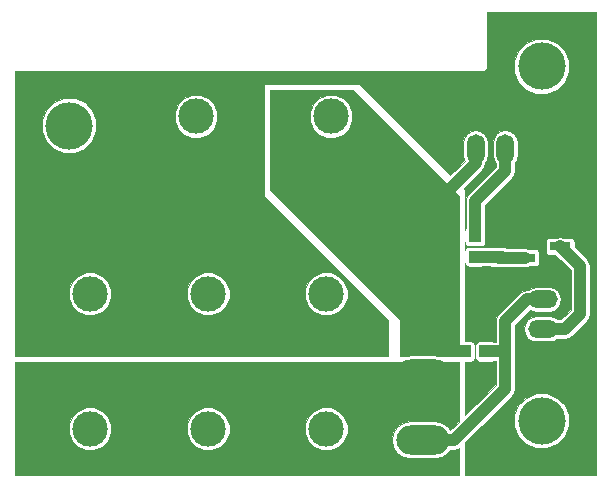
<source format=gbr>
G04 #@! TF.FileFunction,Copper,L2,Bot,Signal*
%FSLAX46Y46*%
G04 Gerber Fmt 4.6, Leading zero omitted, Abs format (unit mm)*
G04 Created by KiCad (PCBNEW 4.0.1-stable) date 2016/05/09 16:43:31*
%MOMM*%
G01*
G04 APERTURE LIST*
%ADD10C,0.100000*%
%ADD11O,4.500880X2.499360*%
%ADD12O,2.500000X1.500000*%
%ADD13R,1.800860X0.800100*%
%ADD14O,1.500000X2.500000*%
%ADD15R,1.080000X1.050000*%
%ADD16R,1.050000X1.080000*%
%ADD17C,1.524000*%
%ADD18C,3.000000*%
%ADD19C,4.000000*%
%ADD20C,2.000000*%
%ADD21C,0.500000*%
%ADD22C,1.000000*%
%ADD23C,0.025400*%
G04 APERTURE END LIST*
D10*
D11*
X34925000Y-26035000D03*
X34925000Y-20447000D03*
X34925000Y-31623000D03*
D12*
X45085000Y-22225000D03*
X45085000Y-19725000D03*
D13*
X43583860Y-16190000D03*
X43583860Y-14290000D03*
X46586140Y-15240000D03*
D14*
X41910000Y-6985000D03*
X39410000Y-6985000D03*
X36910000Y-6985000D03*
D15*
X41275000Y-16115000D03*
X41275000Y-14365000D03*
X39370000Y-16115000D03*
X39370000Y-14365000D03*
D16*
X38495000Y-24130000D03*
X40245000Y-24130000D03*
D17*
X5500000Y-27500000D03*
X5500000Y-22420000D03*
D18*
X6770000Y-30675000D03*
X6770000Y-19245000D03*
D17*
X24000000Y-5500000D03*
X18920000Y-5500000D03*
D18*
X27175000Y-4230000D03*
X15745000Y-4230000D03*
D17*
X15500000Y-27500000D03*
X15500000Y-22420000D03*
D18*
X16770000Y-30675000D03*
X16770000Y-19245000D03*
D17*
X25500000Y-27500000D03*
X25500000Y-22420000D03*
D18*
X26770000Y-30675000D03*
X26770000Y-19245000D03*
D19*
X45000000Y0D03*
X45000000Y-30000000D03*
X5000000Y-5000000D03*
D20*
X24000000Y-5500000D02*
X24000000Y-9522000D01*
X24000000Y-9522000D02*
X34925000Y-20447000D01*
D21*
X34925000Y-20447000D02*
X34925000Y-22925000D01*
X36130000Y-24130000D02*
X38495000Y-24130000D01*
X34925000Y-22925000D02*
X36130000Y-24130000D01*
D22*
X34925000Y-20447000D02*
X34925000Y-20560000D01*
X39410000Y-6985000D02*
X39410000Y-8215000D01*
X39410000Y-8215000D02*
X34925000Y-12700000D01*
X34925000Y-12700000D02*
X34925000Y-20447000D01*
D20*
X11500000Y-22420000D02*
X11500000Y-12920000D01*
X11500000Y-12920000D02*
X18920000Y-5500000D01*
X15500000Y-22420000D02*
X25500000Y-22420000D01*
X5500000Y-22420000D02*
X11500000Y-22420000D01*
X11500000Y-22420000D02*
X15500000Y-22420000D01*
D21*
X18920000Y-5500000D02*
X18920000Y-2580000D01*
X18920000Y-2580000D02*
X20500000Y-1000000D01*
X20500000Y-1000000D02*
X35500000Y-1000000D01*
X35500000Y-1000000D02*
X37000000Y-2500000D01*
X43583860Y-14290000D02*
X43583860Y-10416140D01*
X43583860Y-10416140D02*
X45500000Y-8500000D01*
X45500000Y-8500000D02*
X45500000Y-5500000D01*
X45500000Y-5500000D02*
X42500000Y-2500000D01*
X42500000Y-2500000D02*
X36830000Y-2500000D01*
X36830000Y-2500000D02*
X37000000Y-2500000D01*
X36910000Y-6985000D02*
X36910000Y-2590000D01*
X36910000Y-2590000D02*
X37000000Y-2500000D01*
D22*
X41275000Y-14365000D02*
X41350000Y-14290000D01*
X41350000Y-14290000D02*
X43583860Y-14290000D01*
D20*
X25500000Y-27500000D02*
X33460000Y-27500000D01*
X33460000Y-27500000D02*
X34925000Y-26035000D01*
X15500000Y-27500000D02*
X25500000Y-27500000D01*
X5500000Y-27500000D02*
X15500000Y-27500000D01*
D22*
X39370000Y-16115000D02*
X41275000Y-16115000D01*
X41275000Y-16115000D02*
X41350000Y-16190000D01*
X41350000Y-16190000D02*
X43583860Y-16190000D01*
X39370000Y-14365000D02*
X39370000Y-11430000D01*
X41910000Y-8890000D02*
X41910000Y-6985000D01*
X39370000Y-11430000D02*
X41910000Y-8890000D01*
X45085000Y-22225000D02*
X46990000Y-22225000D01*
X48260000Y-16913860D02*
X46586140Y-15240000D01*
X48260000Y-20955000D02*
X48260000Y-16913860D01*
X46990000Y-22225000D02*
X48260000Y-20955000D01*
X40245000Y-24130000D02*
X41910000Y-24130000D01*
X39370000Y-29845000D02*
X37592000Y-31623000D01*
X37592000Y-31623000D02*
X34925000Y-31623000D01*
X45085000Y-19725000D02*
X43775000Y-19725000D01*
X41910000Y-27305000D02*
X39370000Y-29845000D01*
X41910000Y-21590000D02*
X41910000Y-24130000D01*
X41910000Y-24130000D02*
X41910000Y-27305000D01*
X43775000Y-19725000D02*
X41910000Y-21590000D01*
D23*
G36*
X37987300Y-30078368D02*
X37267675Y-30797993D01*
X37080744Y-30518231D01*
X36573872Y-30179549D01*
X35975975Y-30060620D01*
X33874025Y-30060620D01*
X33276128Y-30179549D01*
X32769256Y-30518231D01*
X32430574Y-31025103D01*
X32311645Y-31623000D01*
X32430574Y-32220897D01*
X32769256Y-32727769D01*
X33276128Y-33066451D01*
X33874025Y-33185380D01*
X35975975Y-33185380D01*
X36573872Y-33066451D01*
X37080744Y-32727769D01*
X37275899Y-32435700D01*
X37592000Y-32435700D01*
X37903007Y-32373837D01*
X37987300Y-32317514D01*
X37987300Y-34612300D01*
X387700Y-34612300D01*
X387700Y-31033986D01*
X4956986Y-31033986D01*
X5232372Y-31700471D01*
X5741847Y-32210836D01*
X6407850Y-32487385D01*
X7128986Y-32488014D01*
X7795471Y-32212628D01*
X8305836Y-31703153D01*
X8582385Y-31037150D01*
X8582387Y-31033986D01*
X14956986Y-31033986D01*
X15232372Y-31700471D01*
X15741847Y-32210836D01*
X16407850Y-32487385D01*
X17128986Y-32488014D01*
X17795471Y-32212628D01*
X18305836Y-31703153D01*
X18582385Y-31037150D01*
X18582387Y-31033986D01*
X24956986Y-31033986D01*
X25232372Y-31700471D01*
X25741847Y-32210836D01*
X26407850Y-32487385D01*
X27128986Y-32488014D01*
X27795471Y-32212628D01*
X28305836Y-31703153D01*
X28582385Y-31037150D01*
X28583014Y-30316014D01*
X28307628Y-29649529D01*
X27798153Y-29139164D01*
X27132150Y-28862615D01*
X26411014Y-28861986D01*
X25744529Y-29137372D01*
X25234164Y-29646847D01*
X24957615Y-30312850D01*
X24956986Y-31033986D01*
X18582387Y-31033986D01*
X18583014Y-30316014D01*
X18307628Y-29649529D01*
X17798153Y-29139164D01*
X17132150Y-28862615D01*
X16411014Y-28861986D01*
X15744529Y-29137372D01*
X15234164Y-29646847D01*
X14957615Y-30312850D01*
X14956986Y-31033986D01*
X8582387Y-31033986D01*
X8583014Y-30316014D01*
X8307628Y-29649529D01*
X7798153Y-29139164D01*
X7132150Y-28862615D01*
X6411014Y-28861986D01*
X5744529Y-29137372D01*
X5234164Y-29646847D01*
X4957615Y-30312850D01*
X4956986Y-31033986D01*
X387700Y-31033986D01*
X387700Y-25012700D01*
X37987300Y-25012700D01*
X37987300Y-30078368D01*
X37987300Y-30078368D01*
G37*
X37987300Y-30078368D02*
X37267675Y-30797993D01*
X37080744Y-30518231D01*
X36573872Y-30179549D01*
X35975975Y-30060620D01*
X33874025Y-30060620D01*
X33276128Y-30179549D01*
X32769256Y-30518231D01*
X32430574Y-31025103D01*
X32311645Y-31623000D01*
X32430574Y-32220897D01*
X32769256Y-32727769D01*
X33276128Y-33066451D01*
X33874025Y-33185380D01*
X35975975Y-33185380D01*
X36573872Y-33066451D01*
X37080744Y-32727769D01*
X37275899Y-32435700D01*
X37592000Y-32435700D01*
X37903007Y-32373837D01*
X37987300Y-32317514D01*
X37987300Y-34612300D01*
X387700Y-34612300D01*
X387700Y-31033986D01*
X4956986Y-31033986D01*
X5232372Y-31700471D01*
X5741847Y-32210836D01*
X6407850Y-32487385D01*
X7128986Y-32488014D01*
X7795471Y-32212628D01*
X8305836Y-31703153D01*
X8582385Y-31037150D01*
X8582387Y-31033986D01*
X14956986Y-31033986D01*
X15232372Y-31700471D01*
X15741847Y-32210836D01*
X16407850Y-32487385D01*
X17128986Y-32488014D01*
X17795471Y-32212628D01*
X18305836Y-31703153D01*
X18582385Y-31037150D01*
X18582387Y-31033986D01*
X24956986Y-31033986D01*
X25232372Y-31700471D01*
X25741847Y-32210836D01*
X26407850Y-32487385D01*
X27128986Y-32488014D01*
X27795471Y-32212628D01*
X28305836Y-31703153D01*
X28582385Y-31037150D01*
X28583014Y-30316014D01*
X28307628Y-29649529D01*
X27798153Y-29139164D01*
X27132150Y-28862615D01*
X26411014Y-28861986D01*
X25744529Y-29137372D01*
X25234164Y-29646847D01*
X24957615Y-30312850D01*
X24956986Y-31033986D01*
X18582387Y-31033986D01*
X18583014Y-30316014D01*
X18307628Y-29649529D01*
X17798153Y-29139164D01*
X17132150Y-28862615D01*
X16411014Y-28861986D01*
X15744529Y-29137372D01*
X15234164Y-29646847D01*
X14957615Y-30312850D01*
X14956986Y-31033986D01*
X8582387Y-31033986D01*
X8583014Y-30316014D01*
X8307628Y-29649529D01*
X7798153Y-29139164D01*
X7132150Y-28862615D01*
X6411014Y-28861986D01*
X5744529Y-29137372D01*
X5234164Y-29646847D01*
X4957615Y-30312850D01*
X4956986Y-31033986D01*
X387700Y-31033986D01*
X387700Y-25012700D01*
X37987300Y-25012700D01*
X37987300Y-30078368D01*
G36*
X49612300Y-34612300D02*
X38512700Y-34612300D01*
X38512700Y-31851632D01*
X39906325Y-30458006D01*
X42686900Y-30458006D01*
X43038246Y-31308328D01*
X43688250Y-31959468D01*
X44537957Y-32312297D01*
X45458006Y-32313100D01*
X46308328Y-31961754D01*
X46959468Y-31311750D01*
X47312297Y-30462043D01*
X47313100Y-29541994D01*
X46961754Y-28691672D01*
X46311750Y-28040532D01*
X45462043Y-27687703D01*
X44541994Y-27686900D01*
X43691672Y-28038246D01*
X43040532Y-28688250D01*
X42687703Y-29537957D01*
X42686900Y-30458006D01*
X39906325Y-30458006D01*
X39944663Y-30419668D01*
X39944666Y-30419666D01*
X42484663Y-27879668D01*
X42484666Y-27879666D01*
X42660837Y-27616007D01*
X42722700Y-27305000D01*
X42722700Y-22225000D01*
X43491685Y-22225000D01*
X43572578Y-22631678D01*
X43802943Y-22976442D01*
X44147707Y-23206807D01*
X44554385Y-23287700D01*
X45615615Y-23287700D01*
X46022293Y-23206807D01*
X46275378Y-23037700D01*
X46990000Y-23037700D01*
X47301007Y-22975837D01*
X47564666Y-22799666D01*
X48834666Y-21529666D01*
X49010837Y-21266007D01*
X49072700Y-20955000D01*
X49072700Y-16913865D01*
X49072701Y-16913860D01*
X49010837Y-16602854D01*
X49010837Y-16602853D01*
X48834666Y-16339194D01*
X48834663Y-16339192D01*
X47805396Y-15309924D01*
X47805396Y-14839950D01*
X47783592Y-14724070D01*
X47715107Y-14617642D01*
X47610611Y-14546243D01*
X47486570Y-14521124D01*
X46944980Y-14521124D01*
X46897147Y-14489163D01*
X46586140Y-14427300D01*
X46275133Y-14489163D01*
X46227300Y-14521124D01*
X45685710Y-14521124D01*
X45569830Y-14542928D01*
X45463402Y-14611413D01*
X45392003Y-14715909D01*
X45366884Y-14839950D01*
X45366884Y-15640050D01*
X45388688Y-15755930D01*
X45457173Y-15862358D01*
X45561669Y-15933757D01*
X45685710Y-15958876D01*
X46155684Y-15958876D01*
X47447300Y-17250491D01*
X47447300Y-20618368D01*
X46653368Y-21412300D01*
X46275378Y-21412300D01*
X46022293Y-21243193D01*
X45615615Y-21162300D01*
X44554385Y-21162300D01*
X44147707Y-21243193D01*
X43802943Y-21473558D01*
X43572578Y-21818322D01*
X43491685Y-22225000D01*
X42722700Y-22225000D01*
X42722700Y-21926632D01*
X44024709Y-20624622D01*
X44147707Y-20706807D01*
X44554385Y-20787700D01*
X45615615Y-20787700D01*
X46022293Y-20706807D01*
X46367057Y-20476442D01*
X46597422Y-20131678D01*
X46678315Y-19725000D01*
X46597422Y-19318322D01*
X46367057Y-18973558D01*
X46022293Y-18743193D01*
X45615615Y-18662300D01*
X44554385Y-18662300D01*
X44147707Y-18743193D01*
X43894622Y-18912300D01*
X43775000Y-18912300D01*
X43463993Y-18974163D01*
X43200334Y-19150334D01*
X43200332Y-19150337D01*
X41335334Y-21015334D01*
X41159163Y-21278993D01*
X41097300Y-21590000D01*
X41097300Y-23317300D01*
X40924786Y-23317300D01*
X40894041Y-23296293D01*
X40770000Y-23271174D01*
X39720000Y-23271174D01*
X39604120Y-23292978D01*
X39497692Y-23361463D01*
X39426293Y-23465959D01*
X39401174Y-23590000D01*
X39401174Y-24670000D01*
X39422978Y-24785880D01*
X39491463Y-24892308D01*
X39595959Y-24963707D01*
X39720000Y-24988826D01*
X40770000Y-24988826D01*
X40885880Y-24967022D01*
X40923677Y-24942700D01*
X41097300Y-24942700D01*
X41097300Y-26968369D01*
X38795334Y-29270334D01*
X38795332Y-29270337D01*
X38512700Y-29552969D01*
X38512700Y-24988826D01*
X39020000Y-24988826D01*
X39135880Y-24967022D01*
X39242308Y-24898537D01*
X39313707Y-24794041D01*
X39338826Y-24670000D01*
X39338826Y-23590000D01*
X39317022Y-23474120D01*
X39248537Y-23367692D01*
X39144041Y-23296293D01*
X39020000Y-23271174D01*
X38512700Y-23271174D01*
X38512700Y-16648110D01*
X38532978Y-16755880D01*
X38601463Y-16862308D01*
X38705959Y-16933707D01*
X38830000Y-16958826D01*
X39910000Y-16958826D01*
X40025880Y-16937022D01*
X40040367Y-16927700D01*
X40602167Y-16927700D01*
X40610959Y-16933707D01*
X40735000Y-16958826D01*
X41129430Y-16958826D01*
X41350000Y-17002700D01*
X43583860Y-17002700D01*
X43894867Y-16940837D01*
X43942700Y-16908876D01*
X44484290Y-16908876D01*
X44600170Y-16887072D01*
X44706598Y-16818587D01*
X44777997Y-16714091D01*
X44803116Y-16590050D01*
X44803116Y-15789950D01*
X44781312Y-15674070D01*
X44712827Y-15567642D01*
X44608331Y-15496243D01*
X44484290Y-15471124D01*
X43942700Y-15471124D01*
X43894867Y-15439163D01*
X43583860Y-15377300D01*
X42049720Y-15377300D01*
X42043537Y-15367692D01*
X41939041Y-15296293D01*
X41815000Y-15271174D01*
X40735000Y-15271174D01*
X40619120Y-15292978D01*
X40604633Y-15302300D01*
X40042833Y-15302300D01*
X40034041Y-15296293D01*
X39910000Y-15271174D01*
X38830000Y-15271174D01*
X38714120Y-15292978D01*
X38607692Y-15361463D01*
X38536293Y-15465959D01*
X38512700Y-15582464D01*
X38512700Y-14898110D01*
X38532978Y-15005880D01*
X38601463Y-15112308D01*
X38705959Y-15183707D01*
X38830000Y-15208826D01*
X39910000Y-15208826D01*
X40025880Y-15187022D01*
X40132308Y-15118537D01*
X40203707Y-15014041D01*
X40228826Y-14890000D01*
X40228826Y-13840000D01*
X40207022Y-13724120D01*
X40182700Y-13686323D01*
X40182700Y-11766632D01*
X42484663Y-9464668D01*
X42484666Y-9464666D01*
X42660837Y-9201007D01*
X42722700Y-8890000D01*
X42722700Y-8175378D01*
X42891807Y-7922293D01*
X42972700Y-7515615D01*
X42972700Y-6454385D01*
X42891807Y-6047707D01*
X42661442Y-5702943D01*
X42316678Y-5472578D01*
X41910000Y-5391685D01*
X41503322Y-5472578D01*
X41158558Y-5702943D01*
X40928193Y-6047707D01*
X40847300Y-6454385D01*
X40847300Y-7515615D01*
X40928193Y-7922293D01*
X41097300Y-8175378D01*
X41097300Y-8553369D01*
X38795334Y-10855334D01*
X38619163Y-11118993D01*
X38557300Y-11430000D01*
X38557300Y-13685214D01*
X38536293Y-13715959D01*
X38512700Y-13832464D01*
X38512700Y-10500000D01*
X38511699Y-10495059D01*
X38508980Y-10491020D01*
X38396146Y-10378186D01*
X39984666Y-8789666D01*
X40160837Y-8526007D01*
X40222701Y-8215000D01*
X40222700Y-8214995D01*
X40222700Y-8175378D01*
X40391807Y-7922293D01*
X40472700Y-7515615D01*
X40472700Y-6454385D01*
X40391807Y-6047707D01*
X40161442Y-5702943D01*
X39816678Y-5472578D01*
X39410000Y-5391685D01*
X39003322Y-5472578D01*
X38658558Y-5702943D01*
X38428193Y-6047707D01*
X38347300Y-6454385D01*
X38347300Y-7515615D01*
X38428193Y-7922293D01*
X38478334Y-7997334D01*
X37246814Y-9228854D01*
X29508980Y-1491020D01*
X29504779Y-1488233D01*
X29500000Y-1487300D01*
X21500000Y-1487300D01*
X21495059Y-1488301D01*
X21490897Y-1491145D01*
X21488169Y-1495384D01*
X21487300Y-1500000D01*
X21487300Y-11000000D01*
X21488301Y-11004941D01*
X21491020Y-11008980D01*
X31987300Y-21505260D01*
X31987300Y-24487300D01*
X387700Y-24487300D01*
X387700Y-19603986D01*
X4956986Y-19603986D01*
X5232372Y-20270471D01*
X5741847Y-20780836D01*
X6407850Y-21057385D01*
X7128986Y-21058014D01*
X7795471Y-20782628D01*
X8305836Y-20273153D01*
X8582385Y-19607150D01*
X8582387Y-19603986D01*
X14956986Y-19603986D01*
X15232372Y-20270471D01*
X15741847Y-20780836D01*
X16407850Y-21057385D01*
X17128986Y-21058014D01*
X17795471Y-20782628D01*
X18305836Y-20273153D01*
X18582385Y-19607150D01*
X18582387Y-19603986D01*
X24956986Y-19603986D01*
X25232372Y-20270471D01*
X25741847Y-20780836D01*
X26407850Y-21057385D01*
X27128986Y-21058014D01*
X27795471Y-20782628D01*
X28305836Y-20273153D01*
X28582385Y-19607150D01*
X28583014Y-18886014D01*
X28307628Y-18219529D01*
X27798153Y-17709164D01*
X27132150Y-17432615D01*
X26411014Y-17431986D01*
X25744529Y-17707372D01*
X25234164Y-18216847D01*
X24957615Y-18882850D01*
X24956986Y-19603986D01*
X18582387Y-19603986D01*
X18583014Y-18886014D01*
X18307628Y-18219529D01*
X17798153Y-17709164D01*
X17132150Y-17432615D01*
X16411014Y-17431986D01*
X15744529Y-17707372D01*
X15234164Y-18216847D01*
X14957615Y-18882850D01*
X14956986Y-19603986D01*
X8582387Y-19603986D01*
X8583014Y-18886014D01*
X8307628Y-18219529D01*
X7798153Y-17709164D01*
X7132150Y-17432615D01*
X6411014Y-17431986D01*
X5744529Y-17707372D01*
X5234164Y-18216847D01*
X4957615Y-18882850D01*
X4956986Y-19603986D01*
X387700Y-19603986D01*
X387700Y-5458006D01*
X2686900Y-5458006D01*
X3038246Y-6308328D01*
X3688250Y-6959468D01*
X4537957Y-7312297D01*
X5458006Y-7313100D01*
X6308328Y-6961754D01*
X6959468Y-6311750D01*
X7312297Y-5462043D01*
X7313058Y-4588986D01*
X13931986Y-4588986D01*
X14207372Y-5255471D01*
X14716847Y-5765836D01*
X15382850Y-6042385D01*
X16103986Y-6043014D01*
X16770471Y-5767628D01*
X17280836Y-5258153D01*
X17557385Y-4592150D01*
X17558014Y-3871014D01*
X17282628Y-3204529D01*
X16773153Y-2694164D01*
X16107150Y-2417615D01*
X15386014Y-2416986D01*
X14719529Y-2692372D01*
X14209164Y-3201847D01*
X13932615Y-3867850D01*
X13931986Y-4588986D01*
X7313058Y-4588986D01*
X7313100Y-4541994D01*
X6961754Y-3691672D01*
X6311750Y-3040532D01*
X5462043Y-2687703D01*
X4541994Y-2686900D01*
X3691672Y-3038246D01*
X3040532Y-3688250D01*
X2687703Y-4537957D01*
X2686900Y-5458006D01*
X387700Y-5458006D01*
X387700Y-458006D01*
X42686900Y-458006D01*
X43038246Y-1308328D01*
X43688250Y-1959468D01*
X44537957Y-2312297D01*
X45458006Y-2313100D01*
X46308328Y-1961754D01*
X46959468Y-1311750D01*
X47312297Y-462043D01*
X47313100Y458006D01*
X46961754Y1308328D01*
X46311750Y1959468D01*
X45462043Y2312297D01*
X44541994Y2313100D01*
X43691672Y1961754D01*
X43040532Y1311750D01*
X42687703Y462043D01*
X42686900Y-458006D01*
X387700Y-458006D01*
X387700Y-387700D01*
X40000000Y-387700D01*
X40148366Y-358188D01*
X40274145Y-274145D01*
X40358188Y-148366D01*
X40387700Y0D01*
X40387700Y4612300D01*
X49612300Y4612300D01*
X49612300Y-34612300D01*
X49612300Y-34612300D01*
G37*
X49612300Y-34612300D02*
X38512700Y-34612300D01*
X38512700Y-31851632D01*
X39906325Y-30458006D01*
X42686900Y-30458006D01*
X43038246Y-31308328D01*
X43688250Y-31959468D01*
X44537957Y-32312297D01*
X45458006Y-32313100D01*
X46308328Y-31961754D01*
X46959468Y-31311750D01*
X47312297Y-30462043D01*
X47313100Y-29541994D01*
X46961754Y-28691672D01*
X46311750Y-28040532D01*
X45462043Y-27687703D01*
X44541994Y-27686900D01*
X43691672Y-28038246D01*
X43040532Y-28688250D01*
X42687703Y-29537957D01*
X42686900Y-30458006D01*
X39906325Y-30458006D01*
X39944663Y-30419668D01*
X39944666Y-30419666D01*
X42484663Y-27879668D01*
X42484666Y-27879666D01*
X42660837Y-27616007D01*
X42722700Y-27305000D01*
X42722700Y-22225000D01*
X43491685Y-22225000D01*
X43572578Y-22631678D01*
X43802943Y-22976442D01*
X44147707Y-23206807D01*
X44554385Y-23287700D01*
X45615615Y-23287700D01*
X46022293Y-23206807D01*
X46275378Y-23037700D01*
X46990000Y-23037700D01*
X47301007Y-22975837D01*
X47564666Y-22799666D01*
X48834666Y-21529666D01*
X49010837Y-21266007D01*
X49072700Y-20955000D01*
X49072700Y-16913865D01*
X49072701Y-16913860D01*
X49010837Y-16602854D01*
X49010837Y-16602853D01*
X48834666Y-16339194D01*
X48834663Y-16339192D01*
X47805396Y-15309924D01*
X47805396Y-14839950D01*
X47783592Y-14724070D01*
X47715107Y-14617642D01*
X47610611Y-14546243D01*
X47486570Y-14521124D01*
X46944980Y-14521124D01*
X46897147Y-14489163D01*
X46586140Y-14427300D01*
X46275133Y-14489163D01*
X46227300Y-14521124D01*
X45685710Y-14521124D01*
X45569830Y-14542928D01*
X45463402Y-14611413D01*
X45392003Y-14715909D01*
X45366884Y-14839950D01*
X45366884Y-15640050D01*
X45388688Y-15755930D01*
X45457173Y-15862358D01*
X45561669Y-15933757D01*
X45685710Y-15958876D01*
X46155684Y-15958876D01*
X47447300Y-17250491D01*
X47447300Y-20618368D01*
X46653368Y-21412300D01*
X46275378Y-21412300D01*
X46022293Y-21243193D01*
X45615615Y-21162300D01*
X44554385Y-21162300D01*
X44147707Y-21243193D01*
X43802943Y-21473558D01*
X43572578Y-21818322D01*
X43491685Y-22225000D01*
X42722700Y-22225000D01*
X42722700Y-21926632D01*
X44024709Y-20624622D01*
X44147707Y-20706807D01*
X44554385Y-20787700D01*
X45615615Y-20787700D01*
X46022293Y-20706807D01*
X46367057Y-20476442D01*
X46597422Y-20131678D01*
X46678315Y-19725000D01*
X46597422Y-19318322D01*
X46367057Y-18973558D01*
X46022293Y-18743193D01*
X45615615Y-18662300D01*
X44554385Y-18662300D01*
X44147707Y-18743193D01*
X43894622Y-18912300D01*
X43775000Y-18912300D01*
X43463993Y-18974163D01*
X43200334Y-19150334D01*
X43200332Y-19150337D01*
X41335334Y-21015334D01*
X41159163Y-21278993D01*
X41097300Y-21590000D01*
X41097300Y-23317300D01*
X40924786Y-23317300D01*
X40894041Y-23296293D01*
X40770000Y-23271174D01*
X39720000Y-23271174D01*
X39604120Y-23292978D01*
X39497692Y-23361463D01*
X39426293Y-23465959D01*
X39401174Y-23590000D01*
X39401174Y-24670000D01*
X39422978Y-24785880D01*
X39491463Y-24892308D01*
X39595959Y-24963707D01*
X39720000Y-24988826D01*
X40770000Y-24988826D01*
X40885880Y-24967022D01*
X40923677Y-24942700D01*
X41097300Y-24942700D01*
X41097300Y-26968369D01*
X38795334Y-29270334D01*
X38795332Y-29270337D01*
X38512700Y-29552969D01*
X38512700Y-24988826D01*
X39020000Y-24988826D01*
X39135880Y-24967022D01*
X39242308Y-24898537D01*
X39313707Y-24794041D01*
X39338826Y-24670000D01*
X39338826Y-23590000D01*
X39317022Y-23474120D01*
X39248537Y-23367692D01*
X39144041Y-23296293D01*
X39020000Y-23271174D01*
X38512700Y-23271174D01*
X38512700Y-16648110D01*
X38532978Y-16755880D01*
X38601463Y-16862308D01*
X38705959Y-16933707D01*
X38830000Y-16958826D01*
X39910000Y-16958826D01*
X40025880Y-16937022D01*
X40040367Y-16927700D01*
X40602167Y-16927700D01*
X40610959Y-16933707D01*
X40735000Y-16958826D01*
X41129430Y-16958826D01*
X41350000Y-17002700D01*
X43583860Y-17002700D01*
X43894867Y-16940837D01*
X43942700Y-16908876D01*
X44484290Y-16908876D01*
X44600170Y-16887072D01*
X44706598Y-16818587D01*
X44777997Y-16714091D01*
X44803116Y-16590050D01*
X44803116Y-15789950D01*
X44781312Y-15674070D01*
X44712827Y-15567642D01*
X44608331Y-15496243D01*
X44484290Y-15471124D01*
X43942700Y-15471124D01*
X43894867Y-15439163D01*
X43583860Y-15377300D01*
X42049720Y-15377300D01*
X42043537Y-15367692D01*
X41939041Y-15296293D01*
X41815000Y-15271174D01*
X40735000Y-15271174D01*
X40619120Y-15292978D01*
X40604633Y-15302300D01*
X40042833Y-15302300D01*
X40034041Y-15296293D01*
X39910000Y-15271174D01*
X38830000Y-15271174D01*
X38714120Y-15292978D01*
X38607692Y-15361463D01*
X38536293Y-15465959D01*
X38512700Y-15582464D01*
X38512700Y-14898110D01*
X38532978Y-15005880D01*
X38601463Y-15112308D01*
X38705959Y-15183707D01*
X38830000Y-15208826D01*
X39910000Y-15208826D01*
X40025880Y-15187022D01*
X40132308Y-15118537D01*
X40203707Y-15014041D01*
X40228826Y-14890000D01*
X40228826Y-13840000D01*
X40207022Y-13724120D01*
X40182700Y-13686323D01*
X40182700Y-11766632D01*
X42484663Y-9464668D01*
X42484666Y-9464666D01*
X42660837Y-9201007D01*
X42722700Y-8890000D01*
X42722700Y-8175378D01*
X42891807Y-7922293D01*
X42972700Y-7515615D01*
X42972700Y-6454385D01*
X42891807Y-6047707D01*
X42661442Y-5702943D01*
X42316678Y-5472578D01*
X41910000Y-5391685D01*
X41503322Y-5472578D01*
X41158558Y-5702943D01*
X40928193Y-6047707D01*
X40847300Y-6454385D01*
X40847300Y-7515615D01*
X40928193Y-7922293D01*
X41097300Y-8175378D01*
X41097300Y-8553369D01*
X38795334Y-10855334D01*
X38619163Y-11118993D01*
X38557300Y-11430000D01*
X38557300Y-13685214D01*
X38536293Y-13715959D01*
X38512700Y-13832464D01*
X38512700Y-10500000D01*
X38511699Y-10495059D01*
X38508980Y-10491020D01*
X38396146Y-10378186D01*
X39984666Y-8789666D01*
X40160837Y-8526007D01*
X40222701Y-8215000D01*
X40222700Y-8214995D01*
X40222700Y-8175378D01*
X40391807Y-7922293D01*
X40472700Y-7515615D01*
X40472700Y-6454385D01*
X40391807Y-6047707D01*
X40161442Y-5702943D01*
X39816678Y-5472578D01*
X39410000Y-5391685D01*
X39003322Y-5472578D01*
X38658558Y-5702943D01*
X38428193Y-6047707D01*
X38347300Y-6454385D01*
X38347300Y-7515615D01*
X38428193Y-7922293D01*
X38478334Y-7997334D01*
X37246814Y-9228854D01*
X29508980Y-1491020D01*
X29504779Y-1488233D01*
X29500000Y-1487300D01*
X21500000Y-1487300D01*
X21495059Y-1488301D01*
X21490897Y-1491145D01*
X21488169Y-1495384D01*
X21487300Y-1500000D01*
X21487300Y-11000000D01*
X21488301Y-11004941D01*
X21491020Y-11008980D01*
X31987300Y-21505260D01*
X31987300Y-24487300D01*
X387700Y-24487300D01*
X387700Y-19603986D01*
X4956986Y-19603986D01*
X5232372Y-20270471D01*
X5741847Y-20780836D01*
X6407850Y-21057385D01*
X7128986Y-21058014D01*
X7795471Y-20782628D01*
X8305836Y-20273153D01*
X8582385Y-19607150D01*
X8582387Y-19603986D01*
X14956986Y-19603986D01*
X15232372Y-20270471D01*
X15741847Y-20780836D01*
X16407850Y-21057385D01*
X17128986Y-21058014D01*
X17795471Y-20782628D01*
X18305836Y-20273153D01*
X18582385Y-19607150D01*
X18582387Y-19603986D01*
X24956986Y-19603986D01*
X25232372Y-20270471D01*
X25741847Y-20780836D01*
X26407850Y-21057385D01*
X27128986Y-21058014D01*
X27795471Y-20782628D01*
X28305836Y-20273153D01*
X28582385Y-19607150D01*
X28583014Y-18886014D01*
X28307628Y-18219529D01*
X27798153Y-17709164D01*
X27132150Y-17432615D01*
X26411014Y-17431986D01*
X25744529Y-17707372D01*
X25234164Y-18216847D01*
X24957615Y-18882850D01*
X24956986Y-19603986D01*
X18582387Y-19603986D01*
X18583014Y-18886014D01*
X18307628Y-18219529D01*
X17798153Y-17709164D01*
X17132150Y-17432615D01*
X16411014Y-17431986D01*
X15744529Y-17707372D01*
X15234164Y-18216847D01*
X14957615Y-18882850D01*
X14956986Y-19603986D01*
X8582387Y-19603986D01*
X8583014Y-18886014D01*
X8307628Y-18219529D01*
X7798153Y-17709164D01*
X7132150Y-17432615D01*
X6411014Y-17431986D01*
X5744529Y-17707372D01*
X5234164Y-18216847D01*
X4957615Y-18882850D01*
X4956986Y-19603986D01*
X387700Y-19603986D01*
X387700Y-5458006D01*
X2686900Y-5458006D01*
X3038246Y-6308328D01*
X3688250Y-6959468D01*
X4537957Y-7312297D01*
X5458006Y-7313100D01*
X6308328Y-6961754D01*
X6959468Y-6311750D01*
X7312297Y-5462043D01*
X7313058Y-4588986D01*
X13931986Y-4588986D01*
X14207372Y-5255471D01*
X14716847Y-5765836D01*
X15382850Y-6042385D01*
X16103986Y-6043014D01*
X16770471Y-5767628D01*
X17280836Y-5258153D01*
X17557385Y-4592150D01*
X17558014Y-3871014D01*
X17282628Y-3204529D01*
X16773153Y-2694164D01*
X16107150Y-2417615D01*
X15386014Y-2416986D01*
X14719529Y-2692372D01*
X14209164Y-3201847D01*
X13932615Y-3867850D01*
X13931986Y-4588986D01*
X7313058Y-4588986D01*
X7313100Y-4541994D01*
X6961754Y-3691672D01*
X6311750Y-3040532D01*
X5462043Y-2687703D01*
X4541994Y-2686900D01*
X3691672Y-3038246D01*
X3040532Y-3688250D01*
X2687703Y-4537957D01*
X2686900Y-5458006D01*
X387700Y-5458006D01*
X387700Y-458006D01*
X42686900Y-458006D01*
X43038246Y-1308328D01*
X43688250Y-1959468D01*
X44537957Y-2312297D01*
X45458006Y-2313100D01*
X46308328Y-1961754D01*
X46959468Y-1311750D01*
X47312297Y-462043D01*
X47313100Y458006D01*
X46961754Y1308328D01*
X46311750Y1959468D01*
X45462043Y2312297D01*
X44541994Y2313100D01*
X43691672Y1961754D01*
X43040532Y1311750D01*
X42687703Y462043D01*
X42686900Y-458006D01*
X387700Y-458006D01*
X387700Y-387700D01*
X40000000Y-387700D01*
X40148366Y-358188D01*
X40274145Y-274145D01*
X40358188Y-148366D01*
X40387700Y0D01*
X40387700Y4612300D01*
X49612300Y4612300D01*
X49612300Y-34612300D01*
G36*
X37987300Y-11005260D02*
X37987300Y-24487300D01*
X36049776Y-24487300D01*
X35975975Y-24472620D01*
X33874025Y-24472620D01*
X33800224Y-24487300D01*
X33012700Y-24487300D01*
X33012700Y-21500000D01*
X33011699Y-21495059D01*
X33008980Y-21491020D01*
X22012700Y-10494740D01*
X22012700Y-4588986D01*
X25361986Y-4588986D01*
X25637372Y-5255471D01*
X26146847Y-5765836D01*
X26812850Y-6042385D01*
X27533986Y-6043014D01*
X28200471Y-5767628D01*
X28710836Y-5258153D01*
X28987385Y-4592150D01*
X28988014Y-3871014D01*
X28712628Y-3204529D01*
X28203153Y-2694164D01*
X27537150Y-2417615D01*
X26816014Y-2416986D01*
X26149529Y-2692372D01*
X25639164Y-3201847D01*
X25362615Y-3867850D01*
X25361986Y-4588986D01*
X22012700Y-4588986D01*
X22012700Y-2012700D01*
X28994740Y-2012700D01*
X37987300Y-11005260D01*
X37987300Y-11005260D01*
G37*
X37987300Y-11005260D02*
X37987300Y-24487300D01*
X36049776Y-24487300D01*
X35975975Y-24472620D01*
X33874025Y-24472620D01*
X33800224Y-24487300D01*
X33012700Y-24487300D01*
X33012700Y-21500000D01*
X33011699Y-21495059D01*
X33008980Y-21491020D01*
X22012700Y-10494740D01*
X22012700Y-4588986D01*
X25361986Y-4588986D01*
X25637372Y-5255471D01*
X26146847Y-5765836D01*
X26812850Y-6042385D01*
X27533986Y-6043014D01*
X28200471Y-5767628D01*
X28710836Y-5258153D01*
X28987385Y-4592150D01*
X28988014Y-3871014D01*
X28712628Y-3204529D01*
X28203153Y-2694164D01*
X27537150Y-2417615D01*
X26816014Y-2416986D01*
X26149529Y-2692372D01*
X25639164Y-3201847D01*
X25362615Y-3867850D01*
X25361986Y-4588986D01*
X22012700Y-4588986D01*
X22012700Y-2012700D01*
X28994740Y-2012700D01*
X37987300Y-11005260D01*
M02*

</source>
